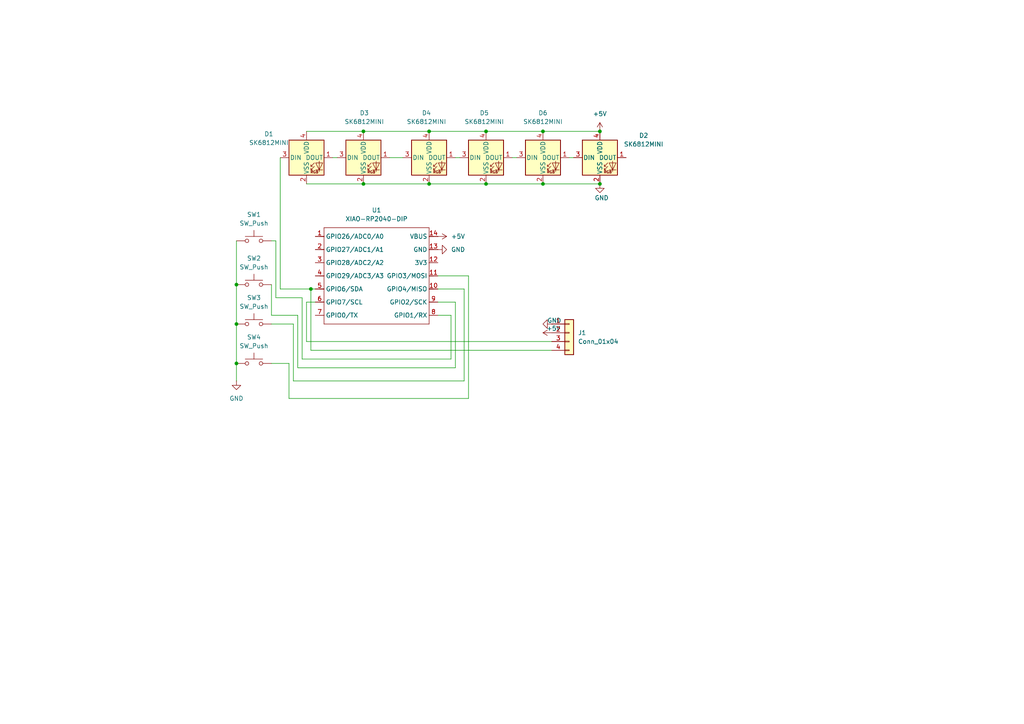
<source format=kicad_sch>
(kicad_sch
	(version 20250114)
	(generator "eeschema")
	(generator_version "9.0")
	(uuid "191e2876-a888-477a-9986-d96a10efec8f")
	(paper "A4")
	(lib_symbols
		(symbol "Connector_Generic:Conn_01x04"
			(pin_names
				(offset 1.016)
				(hide yes)
			)
			(exclude_from_sim no)
			(in_bom yes)
			(on_board yes)
			(property "Reference" "J"
				(at 0 5.08 0)
				(effects
					(font
						(size 1.27 1.27)
					)
				)
			)
			(property "Value" "Conn_01x04"
				(at 0 -7.62 0)
				(effects
					(font
						(size 1.27 1.27)
					)
				)
			)
			(property "Footprint" ""
				(at 0 0 0)
				(effects
					(font
						(size 1.27 1.27)
					)
					(hide yes)
				)
			)
			(property "Datasheet" "~"
				(at 0 0 0)
				(effects
					(font
						(size 1.27 1.27)
					)
					(hide yes)
				)
			)
			(property "Description" "Generic connector, single row, 01x04, script generated (kicad-library-utils/schlib/autogen/connector/)"
				(at 0 0 0)
				(effects
					(font
						(size 1.27 1.27)
					)
					(hide yes)
				)
			)
			(property "ki_keywords" "connector"
				(at 0 0 0)
				(effects
					(font
						(size 1.27 1.27)
					)
					(hide yes)
				)
			)
			(property "ki_fp_filters" "Connector*:*_1x??_*"
				(at 0 0 0)
				(effects
					(font
						(size 1.27 1.27)
					)
					(hide yes)
				)
			)
			(symbol "Conn_01x04_1_1"
				(rectangle
					(start -1.27 3.81)
					(end 1.27 -6.35)
					(stroke
						(width 0.254)
						(type default)
					)
					(fill
						(type background)
					)
				)
				(rectangle
					(start -1.27 2.667)
					(end 0 2.413)
					(stroke
						(width 0.1524)
						(type default)
					)
					(fill
						(type none)
					)
				)
				(rectangle
					(start -1.27 0.127)
					(end 0 -0.127)
					(stroke
						(width 0.1524)
						(type default)
					)
					(fill
						(type none)
					)
				)
				(rectangle
					(start -1.27 -2.413)
					(end 0 -2.667)
					(stroke
						(width 0.1524)
						(type default)
					)
					(fill
						(type none)
					)
				)
				(rectangle
					(start -1.27 -4.953)
					(end 0 -5.207)
					(stroke
						(width 0.1524)
						(type default)
					)
					(fill
						(type none)
					)
				)
				(pin passive line
					(at -5.08 2.54 0)
					(length 3.81)
					(name "Pin_1"
						(effects
							(font
								(size 1.27 1.27)
							)
						)
					)
					(number "1"
						(effects
							(font
								(size 1.27 1.27)
							)
						)
					)
				)
				(pin passive line
					(at -5.08 0 0)
					(length 3.81)
					(name "Pin_2"
						(effects
							(font
								(size 1.27 1.27)
							)
						)
					)
					(number "2"
						(effects
							(font
								(size 1.27 1.27)
							)
						)
					)
				)
				(pin passive line
					(at -5.08 -2.54 0)
					(length 3.81)
					(name "Pin_3"
						(effects
							(font
								(size 1.27 1.27)
							)
						)
					)
					(number "3"
						(effects
							(font
								(size 1.27 1.27)
							)
						)
					)
				)
				(pin passive line
					(at -5.08 -5.08 0)
					(length 3.81)
					(name "Pin_4"
						(effects
							(font
								(size 1.27 1.27)
							)
						)
					)
					(number "4"
						(effects
							(font
								(size 1.27 1.27)
							)
						)
					)
				)
			)
			(embedded_fonts no)
		)
		(symbol "LED:SK6812MINI"
			(pin_names
				(offset 0.254)
			)
			(exclude_from_sim no)
			(in_bom yes)
			(on_board yes)
			(property "Reference" "D"
				(at 5.08 5.715 0)
				(effects
					(font
						(size 1.27 1.27)
					)
					(justify right bottom)
				)
			)
			(property "Value" "SK6812MINI"
				(at 1.27 -5.715 0)
				(effects
					(font
						(size 1.27 1.27)
					)
					(justify left top)
				)
			)
			(property "Footprint" "LED_SMD:LED_SK6812MINI_PLCC4_3.5x3.5mm_P1.75mm"
				(at 1.27 -7.62 0)
				(effects
					(font
						(size 1.27 1.27)
					)
					(justify left top)
					(hide yes)
				)
			)
			(property "Datasheet" "https://cdn-shop.adafruit.com/product-files/2686/SK6812MINI_REV.01-1-2.pdf"
				(at 2.54 -9.525 0)
				(effects
					(font
						(size 1.27 1.27)
					)
					(justify left top)
					(hide yes)
				)
			)
			(property "Description" "RGB LED with integrated controller"
				(at 0 0 0)
				(effects
					(font
						(size 1.27 1.27)
					)
					(hide yes)
				)
			)
			(property "ki_keywords" "RGB LED NeoPixel Mini addressable"
				(at 0 0 0)
				(effects
					(font
						(size 1.27 1.27)
					)
					(hide yes)
				)
			)
			(property "ki_fp_filters" "LED*SK6812MINI*PLCC*3.5x3.5mm*P1.75mm*"
				(at 0 0 0)
				(effects
					(font
						(size 1.27 1.27)
					)
					(hide yes)
				)
			)
			(symbol "SK6812MINI_0_0"
				(text "RGB"
					(at 2.286 -4.191 0)
					(effects
						(font
							(size 0.762 0.762)
						)
					)
				)
			)
			(symbol "SK6812MINI_0_1"
				(polyline
					(pts
						(xy 1.27 -2.54) (xy 1.778 -2.54)
					)
					(stroke
						(width 0)
						(type default)
					)
					(fill
						(type none)
					)
				)
				(polyline
					(pts
						(xy 1.27 -3.556) (xy 1.778 -3.556)
					)
					(stroke
						(width 0)
						(type default)
					)
					(fill
						(type none)
					)
				)
				(polyline
					(pts
						(xy 2.286 -1.524) (xy 1.27 -2.54) (xy 1.27 -2.032)
					)
					(stroke
						(width 0)
						(type default)
					)
					(fill
						(type none)
					)
				)
				(polyline
					(pts
						(xy 2.286 -2.54) (xy 1.27 -3.556) (xy 1.27 -3.048)
					)
					(stroke
						(width 0)
						(type default)
					)
					(fill
						(type none)
					)
				)
				(polyline
					(pts
						(xy 3.683 -1.016) (xy 3.683 -3.556) (xy 3.683 -4.064)
					)
					(stroke
						(width 0)
						(type default)
					)
					(fill
						(type none)
					)
				)
				(polyline
					(pts
						(xy 4.699 -1.524) (xy 2.667 -1.524) (xy 3.683 -3.556) (xy 4.699 -1.524)
					)
					(stroke
						(width 0)
						(type default)
					)
					(fill
						(type none)
					)
				)
				(polyline
					(pts
						(xy 4.699 -3.556) (xy 2.667 -3.556)
					)
					(stroke
						(width 0)
						(type default)
					)
					(fill
						(type none)
					)
				)
				(rectangle
					(start 5.08 5.08)
					(end -5.08 -5.08)
					(stroke
						(width 0.254)
						(type default)
					)
					(fill
						(type background)
					)
				)
			)
			(symbol "SK6812MINI_1_1"
				(pin input line
					(at -7.62 0 0)
					(length 2.54)
					(name "DIN"
						(effects
							(font
								(size 1.27 1.27)
							)
						)
					)
					(number "3"
						(effects
							(font
								(size 1.27 1.27)
							)
						)
					)
				)
				(pin power_in line
					(at 0 7.62 270)
					(length 2.54)
					(name "VDD"
						(effects
							(font
								(size 1.27 1.27)
							)
						)
					)
					(number "4"
						(effects
							(font
								(size 1.27 1.27)
							)
						)
					)
				)
				(pin power_in line
					(at 0 -7.62 90)
					(length 2.54)
					(name "VSS"
						(effects
							(font
								(size 1.27 1.27)
							)
						)
					)
					(number "2"
						(effects
							(font
								(size 1.27 1.27)
							)
						)
					)
				)
				(pin output line
					(at 7.62 0 180)
					(length 2.54)
					(name "DOUT"
						(effects
							(font
								(size 1.27 1.27)
							)
						)
					)
					(number "1"
						(effects
							(font
								(size 1.27 1.27)
							)
						)
					)
				)
			)
			(embedded_fonts no)
		)
		(symbol "OPl:XIAO-RP2040-DIP"
			(exclude_from_sim no)
			(in_bom yes)
			(on_board yes)
			(property "Reference" "U"
				(at 0 0 0)
				(effects
					(font
						(size 1.27 1.27)
					)
				)
			)
			(property "Value" "XIAO-RP2040-DIP"
				(at 5.334 -1.778 0)
				(effects
					(font
						(size 1.27 1.27)
					)
				)
			)
			(property "Footprint" "Module:MOUDLE14P-XIAO-DIP-SMD"
				(at 14.478 -32.258 0)
				(effects
					(font
						(size 1.27 1.27)
					)
					(hide yes)
				)
			)
			(property "Datasheet" ""
				(at 0 0 0)
				(effects
					(font
						(size 1.27 1.27)
					)
					(hide yes)
				)
			)
			(property "Description" ""
				(at 0 0 0)
				(effects
					(font
						(size 1.27 1.27)
					)
					(hide yes)
				)
			)
			(symbol "XIAO-RP2040-DIP_1_0"
				(polyline
					(pts
						(xy -1.27 -2.54) (xy 29.21 -2.54)
					)
					(stroke
						(width 0.1524)
						(type solid)
					)
					(fill
						(type none)
					)
				)
				(polyline
					(pts
						(xy -1.27 -5.08) (xy -2.54 -5.08)
					)
					(stroke
						(width 0.1524)
						(type solid)
					)
					(fill
						(type none)
					)
				)
				(polyline
					(pts
						(xy -1.27 -5.08) (xy -1.27 -2.54)
					)
					(stroke
						(width 0.1524)
						(type solid)
					)
					(fill
						(type none)
					)
				)
				(polyline
					(pts
						(xy -1.27 -8.89) (xy -2.54 -8.89)
					)
					(stroke
						(width 0.1524)
						(type solid)
					)
					(fill
						(type none)
					)
				)
				(polyline
					(pts
						(xy -1.27 -8.89) (xy -1.27 -5.08)
					)
					(stroke
						(width 0.1524)
						(type solid)
					)
					(fill
						(type none)
					)
				)
				(polyline
					(pts
						(xy -1.27 -12.7) (xy -2.54 -12.7)
					)
					(stroke
						(width 0.1524)
						(type solid)
					)
					(fill
						(type none)
					)
				)
				(polyline
					(pts
						(xy -1.27 -12.7) (xy -1.27 -8.89)
					)
					(stroke
						(width 0.1524)
						(type solid)
					)
					(fill
						(type none)
					)
				)
				(polyline
					(pts
						(xy -1.27 -16.51) (xy -2.54 -16.51)
					)
					(stroke
						(width 0.1524)
						(type solid)
					)
					(fill
						(type none)
					)
				)
				(polyline
					(pts
						(xy -1.27 -16.51) (xy -1.27 -12.7)
					)
					(stroke
						(width 0.1524)
						(type solid)
					)
					(fill
						(type none)
					)
				)
				(polyline
					(pts
						(xy -1.27 -20.32) (xy -2.54 -20.32)
					)
					(stroke
						(width 0.1524)
						(type solid)
					)
					(fill
						(type none)
					)
				)
				(polyline
					(pts
						(xy -1.27 -24.13) (xy -2.54 -24.13)
					)
					(stroke
						(width 0.1524)
						(type solid)
					)
					(fill
						(type none)
					)
				)
				(polyline
					(pts
						(xy -1.27 -27.94) (xy -2.54 -27.94)
					)
					(stroke
						(width 0.1524)
						(type solid)
					)
					(fill
						(type none)
					)
				)
				(polyline
					(pts
						(xy -1.27 -30.48) (xy -1.27 -16.51)
					)
					(stroke
						(width 0.1524)
						(type solid)
					)
					(fill
						(type none)
					)
				)
				(polyline
					(pts
						(xy 29.21 -2.54) (xy 29.21 -5.08)
					)
					(stroke
						(width 0.1524)
						(type solid)
					)
					(fill
						(type none)
					)
				)
				(polyline
					(pts
						(xy 29.21 -5.08) (xy 29.21 -8.89)
					)
					(stroke
						(width 0.1524)
						(type solid)
					)
					(fill
						(type none)
					)
				)
				(polyline
					(pts
						(xy 29.21 -8.89) (xy 29.21 -12.7)
					)
					(stroke
						(width 0.1524)
						(type solid)
					)
					(fill
						(type none)
					)
				)
				(polyline
					(pts
						(xy 29.21 -12.7) (xy 29.21 -30.48)
					)
					(stroke
						(width 0.1524)
						(type solid)
					)
					(fill
						(type none)
					)
				)
				(polyline
					(pts
						(xy 29.21 -30.48) (xy -1.27 -30.48)
					)
					(stroke
						(width 0.1524)
						(type solid)
					)
					(fill
						(type none)
					)
				)
				(polyline
					(pts
						(xy 30.48 -5.08) (xy 29.21 -5.08)
					)
					(stroke
						(width 0.1524)
						(type solid)
					)
					(fill
						(type none)
					)
				)
				(polyline
					(pts
						(xy 30.48 -8.89) (xy 29.21 -8.89)
					)
					(stroke
						(width 0.1524)
						(type solid)
					)
					(fill
						(type none)
					)
				)
				(polyline
					(pts
						(xy 30.48 -12.7) (xy 29.21 -12.7)
					)
					(stroke
						(width 0.1524)
						(type solid)
					)
					(fill
						(type none)
					)
				)
				(polyline
					(pts
						(xy 30.48 -16.51) (xy 29.21 -16.51)
					)
					(stroke
						(width 0.1524)
						(type solid)
					)
					(fill
						(type none)
					)
				)
				(polyline
					(pts
						(xy 30.48 -20.32) (xy 29.21 -20.32)
					)
					(stroke
						(width 0.1524)
						(type solid)
					)
					(fill
						(type none)
					)
				)
				(polyline
					(pts
						(xy 30.48 -24.13) (xy 29.21 -24.13)
					)
					(stroke
						(width 0.1524)
						(type solid)
					)
					(fill
						(type none)
					)
				)
				(polyline
					(pts
						(xy 30.48 -27.94) (xy 29.21 -27.94)
					)
					(stroke
						(width 0.1524)
						(type solid)
					)
					(fill
						(type none)
					)
				)
				(pin passive line
					(at -3.81 -5.08 0)
					(length 2.54)
					(name "GPIO26/ADC0/A0"
						(effects
							(font
								(size 1.27 1.27)
							)
						)
					)
					(number "1"
						(effects
							(font
								(size 1.27 1.27)
							)
						)
					)
				)
				(pin passive line
					(at -3.81 -8.89 0)
					(length 2.54)
					(name "GPIO27/ADC1/A1"
						(effects
							(font
								(size 1.27 1.27)
							)
						)
					)
					(number "2"
						(effects
							(font
								(size 1.27 1.27)
							)
						)
					)
				)
				(pin passive line
					(at -3.81 -12.7 0)
					(length 2.54)
					(name "GPIO28/ADC2/A2"
						(effects
							(font
								(size 1.27 1.27)
							)
						)
					)
					(number "3"
						(effects
							(font
								(size 1.27 1.27)
							)
						)
					)
				)
				(pin passive line
					(at -3.81 -16.51 0)
					(length 2.54)
					(name "GPIO29/ADC3/A3"
						(effects
							(font
								(size 1.27 1.27)
							)
						)
					)
					(number "4"
						(effects
							(font
								(size 1.27 1.27)
							)
						)
					)
				)
				(pin passive line
					(at -3.81 -20.32 0)
					(length 2.54)
					(name "GPIO6/SDA"
						(effects
							(font
								(size 1.27 1.27)
							)
						)
					)
					(number "5"
						(effects
							(font
								(size 1.27 1.27)
							)
						)
					)
				)
				(pin passive line
					(at -3.81 -24.13 0)
					(length 2.54)
					(name "GPIO7/SCL"
						(effects
							(font
								(size 1.27 1.27)
							)
						)
					)
					(number "6"
						(effects
							(font
								(size 1.27 1.27)
							)
						)
					)
				)
				(pin passive line
					(at -3.81 -27.94 0)
					(length 2.54)
					(name "GPIO0/TX"
						(effects
							(font
								(size 1.27 1.27)
							)
						)
					)
					(number "7"
						(effects
							(font
								(size 1.27 1.27)
							)
						)
					)
				)
				(pin passive line
					(at 31.75 -5.08 180)
					(length 2.54)
					(name "VBUS"
						(effects
							(font
								(size 1.27 1.27)
							)
						)
					)
					(number "14"
						(effects
							(font
								(size 1.27 1.27)
							)
						)
					)
				)
				(pin passive line
					(at 31.75 -8.89 180)
					(length 2.54)
					(name "GND"
						(effects
							(font
								(size 1.27 1.27)
							)
						)
					)
					(number "13"
						(effects
							(font
								(size 1.27 1.27)
							)
						)
					)
				)
				(pin passive line
					(at 31.75 -12.7 180)
					(length 2.54)
					(name "3V3"
						(effects
							(font
								(size 1.27 1.27)
							)
						)
					)
					(number "12"
						(effects
							(font
								(size 1.27 1.27)
							)
						)
					)
				)
				(pin passive line
					(at 31.75 -16.51 180)
					(length 2.54)
					(name "GPIO3/MOSI"
						(effects
							(font
								(size 1.27 1.27)
							)
						)
					)
					(number "11"
						(effects
							(font
								(size 1.27 1.27)
							)
						)
					)
				)
				(pin passive line
					(at 31.75 -20.32 180)
					(length 2.54)
					(name "GPIO4/MISO"
						(effects
							(font
								(size 1.27 1.27)
							)
						)
					)
					(number "10"
						(effects
							(font
								(size 1.27 1.27)
							)
						)
					)
				)
				(pin passive line
					(at 31.75 -24.13 180)
					(length 2.54)
					(name "GPIO2/SCK"
						(effects
							(font
								(size 1.27 1.27)
							)
						)
					)
					(number "9"
						(effects
							(font
								(size 1.27 1.27)
							)
						)
					)
				)
				(pin passive line
					(at 31.75 -27.94 180)
					(length 2.54)
					(name "GPIO1/RX"
						(effects
							(font
								(size 1.27 1.27)
							)
						)
					)
					(number "8"
						(effects
							(font
								(size 1.27 1.27)
							)
						)
					)
				)
			)
			(embedded_fonts no)
		)
		(symbol "Switch:SW_Push"
			(pin_numbers
				(hide yes)
			)
			(pin_names
				(offset 1.016)
				(hide yes)
			)
			(exclude_from_sim no)
			(in_bom yes)
			(on_board yes)
			(property "Reference" "SW"
				(at 1.27 2.54 0)
				(effects
					(font
						(size 1.27 1.27)
					)
					(justify left)
				)
			)
			(property "Value" "SW_Push"
				(at 0 -1.524 0)
				(effects
					(font
						(size 1.27 1.27)
					)
				)
			)
			(property "Footprint" ""
				(at 0 5.08 0)
				(effects
					(font
						(size 1.27 1.27)
					)
					(hide yes)
				)
			)
			(property "Datasheet" "~"
				(at 0 5.08 0)
				(effects
					(font
						(size 1.27 1.27)
					)
					(hide yes)
				)
			)
			(property "Description" "Push button switch, generic, two pins"
				(at 0 0 0)
				(effects
					(font
						(size 1.27 1.27)
					)
					(hide yes)
				)
			)
			(property "ki_keywords" "switch normally-open pushbutton push-button"
				(at 0 0 0)
				(effects
					(font
						(size 1.27 1.27)
					)
					(hide yes)
				)
			)
			(symbol "SW_Push_0_1"
				(circle
					(center -2.032 0)
					(radius 0.508)
					(stroke
						(width 0)
						(type default)
					)
					(fill
						(type none)
					)
				)
				(polyline
					(pts
						(xy 0 1.27) (xy 0 3.048)
					)
					(stroke
						(width 0)
						(type default)
					)
					(fill
						(type none)
					)
				)
				(circle
					(center 2.032 0)
					(radius 0.508)
					(stroke
						(width 0)
						(type default)
					)
					(fill
						(type none)
					)
				)
				(polyline
					(pts
						(xy 2.54 1.27) (xy -2.54 1.27)
					)
					(stroke
						(width 0)
						(type default)
					)
					(fill
						(type none)
					)
				)
				(pin passive line
					(at -5.08 0 0)
					(length 2.54)
					(name "1"
						(effects
							(font
								(size 1.27 1.27)
							)
						)
					)
					(number "1"
						(effects
							(font
								(size 1.27 1.27)
							)
						)
					)
				)
				(pin passive line
					(at 5.08 0 180)
					(length 2.54)
					(name "2"
						(effects
							(font
								(size 1.27 1.27)
							)
						)
					)
					(number "2"
						(effects
							(font
								(size 1.27 1.27)
							)
						)
					)
				)
			)
			(embedded_fonts no)
		)
		(symbol "power:+5V"
			(power)
			(pin_numbers
				(hide yes)
			)
			(pin_names
				(offset 0)
				(hide yes)
			)
			(exclude_from_sim no)
			(in_bom yes)
			(on_board yes)
			(property "Reference" "#PWR"
				(at 0 -3.81 0)
				(effects
					(font
						(size 1.27 1.27)
					)
					(hide yes)
				)
			)
			(property "Value" "+5V"
				(at 0 3.556 0)
				(effects
					(font
						(size 1.27 1.27)
					)
				)
			)
			(property "Footprint" ""
				(at 0 0 0)
				(effects
					(font
						(size 1.27 1.27)
					)
					(hide yes)
				)
			)
			(property "Datasheet" ""
				(at 0 0 0)
				(effects
					(font
						(size 1.27 1.27)
					)
					(hide yes)
				)
			)
			(property "Description" "Power symbol creates a global label with name \"+5V\""
				(at 0 0 0)
				(effects
					(font
						(size 1.27 1.27)
					)
					(hide yes)
				)
			)
			(property "ki_keywords" "global power"
				(at 0 0 0)
				(effects
					(font
						(size 1.27 1.27)
					)
					(hide yes)
				)
			)
			(symbol "+5V_0_1"
				(polyline
					(pts
						(xy -0.762 1.27) (xy 0 2.54)
					)
					(stroke
						(width 0)
						(type default)
					)
					(fill
						(type none)
					)
				)
				(polyline
					(pts
						(xy 0 2.54) (xy 0.762 1.27)
					)
					(stroke
						(width 0)
						(type default)
					)
					(fill
						(type none)
					)
				)
				(polyline
					(pts
						(xy 0 0) (xy 0 2.54)
					)
					(stroke
						(width 0)
						(type default)
					)
					(fill
						(type none)
					)
				)
			)
			(symbol "+5V_1_1"
				(pin power_in line
					(at 0 0 90)
					(length 0)
					(name "~"
						(effects
							(font
								(size 1.27 1.27)
							)
						)
					)
					(number "1"
						(effects
							(font
								(size 1.27 1.27)
							)
						)
					)
				)
			)
			(embedded_fonts no)
		)
		(symbol "power:GND"
			(power)
			(pin_numbers
				(hide yes)
			)
			(pin_names
				(offset 0)
				(hide yes)
			)
			(exclude_from_sim no)
			(in_bom yes)
			(on_board yes)
			(property "Reference" "#PWR"
				(at 0 -6.35 0)
				(effects
					(font
						(size 1.27 1.27)
					)
					(hide yes)
				)
			)
			(property "Value" "GND"
				(at 0 -3.81 0)
				(effects
					(font
						(size 1.27 1.27)
					)
				)
			)
			(property "Footprint" ""
				(at 0 0 0)
				(effects
					(font
						(size 1.27 1.27)
					)
					(hide yes)
				)
			)
			(property "Datasheet" ""
				(at 0 0 0)
				(effects
					(font
						(size 1.27 1.27)
					)
					(hide yes)
				)
			)
			(property "Description" "Power symbol creates a global label with name \"GND\" , ground"
				(at 0 0 0)
				(effects
					(font
						(size 1.27 1.27)
					)
					(hide yes)
				)
			)
			(property "ki_keywords" "global power"
				(at 0 0 0)
				(effects
					(font
						(size 1.27 1.27)
					)
					(hide yes)
				)
			)
			(symbol "GND_0_1"
				(polyline
					(pts
						(xy 0 0) (xy 0 -1.27) (xy 1.27 -1.27) (xy 0 -2.54) (xy -1.27 -1.27) (xy 0 -1.27)
					)
					(stroke
						(width 0)
						(type default)
					)
					(fill
						(type none)
					)
				)
			)
			(symbol "GND_1_1"
				(pin power_in line
					(at 0 0 270)
					(length 0)
					(name "~"
						(effects
							(font
								(size 1.27 1.27)
							)
						)
					)
					(number "1"
						(effects
							(font
								(size 1.27 1.27)
							)
						)
					)
				)
			)
			(embedded_fonts no)
		)
	)
	(junction
		(at 124.46 38.1)
		(diameter 0)
		(color 0 0 0 0)
		(uuid "02d20215-d85e-42b6-b4b2-c2d9f5cda5df")
	)
	(junction
		(at 157.48 38.1)
		(diameter 0)
		(color 0 0 0 0)
		(uuid "1faa60ba-b280-4266-a266-01abd5c96e16")
	)
	(junction
		(at 140.97 53.34)
		(diameter 0)
		(color 0 0 0 0)
		(uuid "328837bb-db42-4180-9396-2b4d83437231")
	)
	(junction
		(at 90.17 83.82)
		(diameter 0)
		(color 0 0 0 0)
		(uuid "41719327-53cc-4d02-af98-5161cb57f94c")
	)
	(junction
		(at 173.99 53.34)
		(diameter 0)
		(color 0 0 0 0)
		(uuid "7bc497d4-7de9-4f91-8da4-c649eff51f97")
	)
	(junction
		(at 173.99 38.1)
		(diameter 0)
		(color 0 0 0 0)
		(uuid "83076352-002d-4750-ab07-50a8a31e1edc")
	)
	(junction
		(at 140.97 38.1)
		(diameter 0)
		(color 0 0 0 0)
		(uuid "8b5bc067-389b-4a8c-b045-e3ac687eb60f")
	)
	(junction
		(at 68.58 93.98)
		(diameter 0)
		(color 0 0 0 0)
		(uuid "bcff7315-a3d8-4d86-b937-c2c71e886281")
	)
	(junction
		(at 124.46 53.34)
		(diameter 0)
		(color 0 0 0 0)
		(uuid "cbc82ab5-3aa6-41bf-a8f5-4c794444a96c")
	)
	(junction
		(at 68.58 105.41)
		(diameter 0)
		(color 0 0 0 0)
		(uuid "ceb324e9-a462-4471-84a6-e5164bbd9594")
	)
	(junction
		(at 68.58 82.55)
		(diameter 0)
		(color 0 0 0 0)
		(uuid "d3188938-b879-453e-912b-875142798ec1")
	)
	(junction
		(at 105.41 53.34)
		(diameter 0)
		(color 0 0 0 0)
		(uuid "d6b286ff-fbda-46cd-bf91-cdfda850705c")
	)
	(junction
		(at 105.41 38.1)
		(diameter 0)
		(color 0 0 0 0)
		(uuid "e2ce04db-f503-4f0d-aa52-81d7f62f3ae0")
	)
	(junction
		(at 157.48 53.34)
		(diameter 0)
		(color 0 0 0 0)
		(uuid "fd720acc-b76b-4e32-be56-e2e8ce202693")
	)
	(wire
		(pts
			(xy 81.28 45.72) (xy 81.28 83.82)
		)
		(stroke
			(width 0)
			(type default)
		)
		(uuid "0a914f62-a288-475a-b47c-618698fddd75")
	)
	(wire
		(pts
			(xy 88.9 87.63) (xy 91.44 87.63)
		)
		(stroke
			(width 0)
			(type default)
		)
		(uuid "122d8a96-c4c1-4d16-93f1-73e3509be26d")
	)
	(wire
		(pts
			(xy 88.9 99.06) (xy 88.9 87.63)
		)
		(stroke
			(width 0)
			(type default)
		)
		(uuid "17208b3f-f6ce-40f9-933b-b744aa5bdfba")
	)
	(wire
		(pts
			(xy 127 87.63) (xy 132.08 87.63)
		)
		(stroke
			(width 0)
			(type default)
		)
		(uuid "27cefbe0-a545-4a86-b8ce-26fb04e4427e")
	)
	(wire
		(pts
			(xy 113.03 45.72) (xy 116.84 45.72)
		)
		(stroke
			(width 0)
			(type default)
		)
		(uuid "2a9dd625-172c-4f40-bf6a-65096cad10e9")
	)
	(wire
		(pts
			(xy 68.58 105.41) (xy 68.58 110.49)
		)
		(stroke
			(width 0)
			(type default)
		)
		(uuid "2cde0794-e1e7-45eb-86d7-a6072a55ba8a")
	)
	(wire
		(pts
			(xy 85.09 93.98) (xy 78.74 93.98)
		)
		(stroke
			(width 0)
			(type default)
		)
		(uuid "3086416e-0697-4c85-abbc-738f7163a6e6")
	)
	(wire
		(pts
			(xy 86.36 91.44) (xy 78.74 91.44)
		)
		(stroke
			(width 0)
			(type default)
		)
		(uuid "3b093934-b005-47e9-b65d-3c511401d9eb")
	)
	(wire
		(pts
			(xy 83.82 115.57) (xy 83.82 105.41)
		)
		(stroke
			(width 0)
			(type default)
		)
		(uuid "3dbef39e-ce31-442f-a7a2-d1dfcc6cbde6")
	)
	(wire
		(pts
			(xy 90.17 83.82) (xy 91.44 83.82)
		)
		(stroke
			(width 0)
			(type default)
		)
		(uuid "4e6206a2-7773-4454-ab77-909d973b3d8a")
	)
	(wire
		(pts
			(xy 87.63 104.14) (xy 87.63 86.36)
		)
		(stroke
			(width 0)
			(type default)
		)
		(uuid "5456405a-496b-4b58-bc33-b6a30325d5d0")
	)
	(wire
		(pts
			(xy 160.02 99.06) (xy 88.9 99.06)
		)
		(stroke
			(width 0)
			(type default)
		)
		(uuid "5c67cffd-acf4-43a9-a675-4290fc42983f")
	)
	(wire
		(pts
			(xy 96.52 45.72) (xy 97.79 45.72)
		)
		(stroke
			(width 0)
			(type default)
		)
		(uuid "62e475f1-fe20-46de-a959-b34c6f0f68a3")
	)
	(wire
		(pts
			(xy 68.58 82.55) (xy 68.58 93.98)
		)
		(stroke
			(width 0)
			(type default)
		)
		(uuid "6aad7704-0230-4660-8bfc-dd9b03366624")
	)
	(wire
		(pts
			(xy 130.81 91.44) (xy 130.81 104.14)
		)
		(stroke
			(width 0)
			(type default)
		)
		(uuid "76d91fa4-5eaf-4d4f-a6b3-2a8c60e693c4")
	)
	(wire
		(pts
			(xy 68.58 93.98) (xy 68.58 105.41)
		)
		(stroke
			(width 0)
			(type default)
		)
		(uuid "77897d1d-1d75-4959-b264-a8b62bfada68")
	)
	(wire
		(pts
			(xy 90.17 101.6) (xy 90.17 83.82)
		)
		(stroke
			(width 0)
			(type default)
		)
		(uuid "785a3e0d-b838-4907-9a7a-33f431e3fe49")
	)
	(wire
		(pts
			(xy 124.46 53.34) (xy 140.97 53.34)
		)
		(stroke
			(width 0)
			(type default)
		)
		(uuid "79181a05-e189-42f3-a4af-8b0346d275c5")
	)
	(wire
		(pts
			(xy 130.81 104.14) (xy 87.63 104.14)
		)
		(stroke
			(width 0)
			(type default)
		)
		(uuid "7d6d54ad-b838-4552-bd49-ac943515a908")
	)
	(wire
		(pts
			(xy 85.09 110.49) (xy 85.09 93.98)
		)
		(stroke
			(width 0)
			(type default)
		)
		(uuid "8018d0da-9754-4abb-9435-efc723be5290")
	)
	(wire
		(pts
			(xy 81.28 83.82) (xy 90.17 83.82)
		)
		(stroke
			(width 0)
			(type default)
		)
		(uuid "818e6d75-36d7-4c6e-be62-e1145ab71526")
	)
	(wire
		(pts
			(xy 127 83.82) (xy 134.62 83.82)
		)
		(stroke
			(width 0)
			(type default)
		)
		(uuid "82fdc0a1-2885-4e6f-ab19-72446223a1cb")
	)
	(wire
		(pts
			(xy 78.74 91.44) (xy 78.74 82.55)
		)
		(stroke
			(width 0)
			(type default)
		)
		(uuid "8db70eec-6d64-4d0b-8877-38f264faf6bb")
	)
	(wire
		(pts
			(xy 132.08 45.72) (xy 133.35 45.72)
		)
		(stroke
			(width 0)
			(type default)
		)
		(uuid "a2e60665-cb7a-4cb4-b3c0-68dc1d2c5035")
	)
	(wire
		(pts
			(xy 83.82 105.41) (xy 78.74 105.41)
		)
		(stroke
			(width 0)
			(type default)
		)
		(uuid "a51797a1-140a-40c0-b4c3-696da1cab5cc")
	)
	(wire
		(pts
			(xy 157.48 53.34) (xy 173.99 53.34)
		)
		(stroke
			(width 0)
			(type default)
		)
		(uuid "a9e900cb-d8c4-4dc7-bb9e-8d127c98d265")
	)
	(wire
		(pts
			(xy 105.41 38.1) (xy 124.46 38.1)
		)
		(stroke
			(width 0)
			(type default)
		)
		(uuid "ab1ae1f6-7f4b-4c4b-9d1d-3aeeff7cf595")
	)
	(wire
		(pts
			(xy 140.97 53.34) (xy 157.48 53.34)
		)
		(stroke
			(width 0)
			(type default)
		)
		(uuid "abedacef-7229-43b7-b908-071a90127119")
	)
	(wire
		(pts
			(xy 80.01 86.36) (xy 80.01 69.85)
		)
		(stroke
			(width 0)
			(type default)
		)
		(uuid "b2acd0bd-2ee8-4fb6-936f-7cef2e7b459e")
	)
	(wire
		(pts
			(xy 88.9 53.34) (xy 105.41 53.34)
		)
		(stroke
			(width 0)
			(type default)
		)
		(uuid "b2aecb6d-4a0a-4fca-945d-656bfc685e92")
	)
	(wire
		(pts
			(xy 148.59 45.72) (xy 149.86 45.72)
		)
		(stroke
			(width 0)
			(type default)
		)
		(uuid "b44d3624-f8e1-4322-8f63-d7fdf4d1e561")
	)
	(wire
		(pts
			(xy 127 91.44) (xy 130.81 91.44)
		)
		(stroke
			(width 0)
			(type default)
		)
		(uuid "b6eabbdc-b234-4208-89be-1585c05e5324")
	)
	(wire
		(pts
			(xy 135.89 115.57) (xy 83.82 115.57)
		)
		(stroke
			(width 0)
			(type default)
		)
		(uuid "bd753499-0c5e-4cda-b76a-ea4c0268958c")
	)
	(wire
		(pts
			(xy 105.41 53.34) (xy 124.46 53.34)
		)
		(stroke
			(width 0)
			(type default)
		)
		(uuid "bedf4570-bdb8-45eb-bdfc-de568907f872")
	)
	(wire
		(pts
			(xy 80.01 69.85) (xy 78.74 69.85)
		)
		(stroke
			(width 0)
			(type default)
		)
		(uuid "c466004e-f345-4b0b-a2a0-b2581f3739ce")
	)
	(wire
		(pts
			(xy 157.48 38.1) (xy 173.99 38.1)
		)
		(stroke
			(width 0)
			(type default)
		)
		(uuid "c89a572c-9f8c-4e71-8fd3-27a306ea5978")
	)
	(wire
		(pts
			(xy 86.36 106.68) (xy 86.36 91.44)
		)
		(stroke
			(width 0)
			(type default)
		)
		(uuid "c98be8cc-21c6-43bc-b520-9c6ec4ae6870")
	)
	(wire
		(pts
			(xy 88.9 38.1) (xy 105.41 38.1)
		)
		(stroke
			(width 0)
			(type default)
		)
		(uuid "cecdaa91-718c-4068-8b64-71a26fe68ff3")
	)
	(wire
		(pts
			(xy 134.62 110.49) (xy 85.09 110.49)
		)
		(stroke
			(width 0)
			(type default)
		)
		(uuid "cf5cd43b-a077-40f4-b4c2-f88e268699f7")
	)
	(wire
		(pts
			(xy 135.89 80.01) (xy 135.89 115.57)
		)
		(stroke
			(width 0)
			(type default)
		)
		(uuid "d5129c4b-0ced-435f-bc70-69dfbae5b78e")
	)
	(wire
		(pts
			(xy 160.02 101.6) (xy 90.17 101.6)
		)
		(stroke
			(width 0)
			(type default)
		)
		(uuid "d7cae576-5c4f-4cb3-8710-bbf31772836e")
	)
	(wire
		(pts
			(xy 127 80.01) (xy 135.89 80.01)
		)
		(stroke
			(width 0)
			(type default)
		)
		(uuid "dbf605d0-cf55-4d80-b65b-ce4777186b92")
	)
	(wire
		(pts
			(xy 132.08 106.68) (xy 86.36 106.68)
		)
		(stroke
			(width 0)
			(type default)
		)
		(uuid "df6ef989-7b2c-4bde-b88d-4a477c55b4b2")
	)
	(wire
		(pts
			(xy 68.58 69.85) (xy 68.58 82.55)
		)
		(stroke
			(width 0)
			(type default)
		)
		(uuid "e1f481ca-a0ee-487d-8685-ddcdcdecc74b")
	)
	(wire
		(pts
			(xy 124.46 38.1) (xy 140.97 38.1)
		)
		(stroke
			(width 0)
			(type default)
		)
		(uuid "e537ba0b-3de2-4a56-88fe-485b440234d1")
	)
	(wire
		(pts
			(xy 166.37 45.72) (xy 165.1 45.72)
		)
		(stroke
			(width 0)
			(type default)
		)
		(uuid "e7e38c20-0c9d-4def-98cd-3b99464733df")
	)
	(wire
		(pts
			(xy 140.97 38.1) (xy 157.48 38.1)
		)
		(stroke
			(width 0)
			(type default)
		)
		(uuid "eb944dbb-83e3-4d99-9d7f-3e7af47d2bd4")
	)
	(wire
		(pts
			(xy 134.62 83.82) (xy 134.62 110.49)
		)
		(stroke
			(width 0)
			(type default)
		)
		(uuid "ed5d8eeb-769a-4a3d-bdd8-734181079589")
	)
	(wire
		(pts
			(xy 132.08 87.63) (xy 132.08 106.68)
		)
		(stroke
			(width 0)
			(type default)
		)
		(uuid "f76e4aa7-bc1f-4617-9ff3-f661bc99c5c4")
	)
	(wire
		(pts
			(xy 87.63 86.36) (xy 80.01 86.36)
		)
		(stroke
			(width 0)
			(type default)
		)
		(uuid "fd54a1bf-1859-4c1c-bc7b-2b823549b2eb")
	)
	(symbol
		(lib_id "LED:SK6812MINI")
		(at 88.9 45.72 0)
		(unit 1)
		(exclude_from_sim no)
		(in_bom yes)
		(on_board yes)
		(dnp no)
		(uuid "0596d807-3e0e-45df-80d2-1407c6101142")
		(property "Reference" "D1"
			(at 77.978 38.862 0)
			(effects
				(font
					(size 1.27 1.27)
				)
			)
		)
		(property "Value" "SK6812MINI"
			(at 77.978 41.402 0)
			(effects
				(font
					(size 1.27 1.27)
				)
			)
		)
		(property "Footprint" "LED_SMD:LED_SK6812MINI_PLCC4_3.5x3.5mm_P1.75mm"
			(at 90.17 53.34 0)
			(effects
				(font
					(size 1.27 1.27)
				)
				(justify left top)
				(hide yes)
			)
		)
		(property "Datasheet" "https://cdn-shop.adafruit.com/product-files/2686/SK6812MINI_REV.01-1-2.pdf"
			(at 91.44 55.245 0)
			(effects
				(font
					(size 1.27 1.27)
				)
				(justify left top)
				(hide yes)
			)
		)
		(property "Description" "RGB LED with integrated controller"
			(at 88.9 45.72 0)
			(effects
				(font
					(size 1.27 1.27)
				)
				(hide yes)
			)
		)
		(pin "2"
			(uuid "d9cc7dc8-bafb-4624-81f1-d0d926d87def")
		)
		(pin "3"
			(uuid "e2d23ccc-2df2-43f0-8e52-b03492b172f5")
		)
		(pin "1"
			(uuid "a97c6e28-dc1c-49d5-ba7d-ba6282813d85")
		)
		(pin "4"
			(uuid "619bdca8-aa44-4969-a92d-588deeeb4dbf")
		)
		(instances
			(project ""
				(path "/191e2876-a888-477a-9986-d96a10efec8f"
					(reference "D1")
					(unit 1)
				)
			)
		)
	)
	(symbol
		(lib_id "LED:SK6812MINI")
		(at 105.41 45.72 0)
		(unit 1)
		(exclude_from_sim no)
		(in_bom yes)
		(on_board yes)
		(dnp no)
		(uuid "15a9f64b-4613-4e49-845b-298c37e9850d")
		(property "Reference" "D3"
			(at 105.664 32.766 0)
			(effects
				(font
					(size 1.27 1.27)
				)
			)
		)
		(property "Value" "SK6812MINI"
			(at 105.664 35.306 0)
			(effects
				(font
					(size 1.27 1.27)
				)
			)
		)
		(property "Footprint" "LED_SMD:LED_SK6812MINI_PLCC4_3.5x3.5mm_P1.75mm"
			(at 106.68 53.34 0)
			(effects
				(font
					(size 1.27 1.27)
				)
				(justify left top)
				(hide yes)
			)
		)
		(property "Datasheet" "https://cdn-shop.adafruit.com/product-files/2686/SK6812MINI_REV.01-1-2.pdf"
			(at 107.95 55.245 0)
			(effects
				(font
					(size 1.27 1.27)
				)
				(justify left top)
				(hide yes)
			)
		)
		(property "Description" "RGB LED with integrated controller"
			(at 105.41 45.72 0)
			(effects
				(font
					(size 1.27 1.27)
				)
				(hide yes)
			)
		)
		(pin "3"
			(uuid "d703fc7c-62e9-48b0-b954-8c6334e787b1")
		)
		(pin "2"
			(uuid "2777da09-007d-4444-bda5-b7b41ef7be84")
		)
		(pin "1"
			(uuid "986699e8-ba63-4098-9549-2f05ce06a61f")
		)
		(pin "4"
			(uuid "673275c0-4089-4288-ad8e-25795c0036cc")
		)
		(instances
			(project ""
				(path "/191e2876-a888-477a-9986-d96a10efec8f"
					(reference "D3")
					(unit 1)
				)
			)
		)
	)
	(symbol
		(lib_id "power:GND")
		(at 160.02 93.98 270)
		(unit 1)
		(exclude_from_sim no)
		(in_bom yes)
		(on_board yes)
		(dnp no)
		(uuid "1c0ff0e6-6853-4287-8862-666133e8909e")
		(property "Reference" "#PWR06"
			(at 153.67 93.98 0)
			(effects
				(font
					(size 1.27 1.27)
				)
				(hide yes)
			)
		)
		(property "Value" "GND"
			(at 162.814 92.964 90)
			(effects
				(font
					(size 1.27 1.27)
				)
				(justify right)
			)
		)
		(property "Footprint" ""
			(at 160.02 93.98 0)
			(effects
				(font
					(size 1.27 1.27)
				)
				(hide yes)
			)
		)
		(property "Datasheet" ""
			(at 160.02 93.98 0)
			(effects
				(font
					(size 1.27 1.27)
				)
				(hide yes)
			)
		)
		(property "Description" "Power symbol creates a global label with name \"GND\" , ground"
			(at 160.02 93.98 0)
			(effects
				(font
					(size 1.27 1.27)
				)
				(hide yes)
			)
		)
		(pin "1"
			(uuid "2301584e-3e3b-4195-80fa-82fd8783f2e2")
		)
		(instances
			(project ""
				(path "/191e2876-a888-477a-9986-d96a10efec8f"
					(reference "#PWR06")
					(unit 1)
				)
			)
		)
	)
	(symbol
		(lib_id "power:+5V")
		(at 160.02 96.52 90)
		(unit 1)
		(exclude_from_sim no)
		(in_bom yes)
		(on_board yes)
		(dnp no)
		(uuid "36351496-a7ce-4d02-acff-2a9f76540776")
		(property "Reference" "#PWR07"
			(at 163.83 96.52 0)
			(effects
				(font
					(size 1.27 1.27)
				)
				(hide yes)
			)
		)
		(property "Value" "+5V"
			(at 162.56 95.25 90)
			(effects
				(font
					(size 1.27 1.27)
				)
				(justify left)
			)
		)
		(property "Footprint" ""
			(at 160.02 96.52 0)
			(effects
				(font
					(size 1.27 1.27)
				)
				(hide yes)
			)
		)
		(property "Datasheet" ""
			(at 160.02 96.52 0)
			(effects
				(font
					(size 1.27 1.27)
				)
				(hide yes)
			)
		)
		(property "Description" "Power symbol creates a global label with name \"+5V\""
			(at 160.02 96.52 0)
			(effects
				(font
					(size 1.27 1.27)
				)
				(hide yes)
			)
		)
		(pin "1"
			(uuid "3fdc94a9-32d6-40cc-8d08-9df217372e26")
		)
		(instances
			(project ""
				(path "/191e2876-a888-477a-9986-d96a10efec8f"
					(reference "#PWR07")
					(unit 1)
				)
			)
		)
	)
	(symbol
		(lib_id "OPl:XIAO-RP2040-DIP")
		(at 95.25 63.5 0)
		(unit 1)
		(exclude_from_sim no)
		(in_bom yes)
		(on_board yes)
		(dnp no)
		(fields_autoplaced yes)
		(uuid "379a9229-de35-4037-8190-c06f75695890")
		(property "Reference" "U1"
			(at 109.22 60.96 0)
			(effects
				(font
					(size 1.27 1.27)
				)
			)
		)
		(property "Value" "XIAO-RP2040-DIP"
			(at 109.22 63.5 0)
			(effects
				(font
					(size 1.27 1.27)
				)
			)
		)
		(property "Footprint" "OPL:XIAO-RP2040-DIP"
			(at 109.728 95.758 0)
			(effects
				(font
					(size 1.27 1.27)
				)
				(hide yes)
			)
		)
		(property "Datasheet" ""
			(at 95.25 63.5 0)
			(effects
				(font
					(size 1.27 1.27)
				)
				(hide yes)
			)
		)
		(property "Description" ""
			(at 95.25 63.5 0)
			(effects
				(font
					(size 1.27 1.27)
				)
				(hide yes)
			)
		)
		(pin "11"
			(uuid "a45082d7-5e60-4958-9475-c4a783caf65c")
		)
		(pin "3"
			(uuid "c932544f-09a7-402a-a6f1-cb8e1cad7f13")
		)
		(pin "4"
			(uuid "b25e005d-a26b-48f5-ac4c-6d7b6aee1893")
		)
		(pin "7"
			(uuid "2489ca0b-473e-45a3-bbca-bd1c4c8ac0b4")
		)
		(pin "13"
			(uuid "a249310e-4359-4ace-9769-ec7dafe546c6")
		)
		(pin "1"
			(uuid "9670d2df-69e6-437c-ac4e-f6e25c6c729a")
		)
		(pin "2"
			(uuid "ecb78a85-d9bd-4f4c-b942-c7ac7c99eab2")
		)
		(pin "14"
			(uuid "581f211d-78cb-48f7-9348-f5d5b1cc5472")
		)
		(pin "12"
			(uuid "a403094d-291a-4235-bcb2-5f659125ad26")
		)
		(pin "6"
			(uuid "8f9cc5a6-5f1a-4797-bb88-459fc59011f2")
		)
		(pin "5"
			(uuid "00b8712b-fb6f-46bf-b50d-b48e1062ffb4")
		)
		(pin "10"
			(uuid "812c1624-f648-4f9b-8aa9-edfb8c025237")
		)
		(pin "9"
			(uuid "893de74e-b1d6-4bab-bd00-248d1a78d313")
		)
		(pin "8"
			(uuid "4042c4ea-ba3d-46d9-b1a8-3eec6a27d777")
		)
		(instances
			(project ""
				(path "/191e2876-a888-477a-9986-d96a10efec8f"
					(reference "U1")
					(unit 1)
				)
			)
		)
	)
	(symbol
		(lib_id "power:GND")
		(at 68.58 110.49 0)
		(unit 1)
		(exclude_from_sim no)
		(in_bom yes)
		(on_board yes)
		(dnp no)
		(fields_autoplaced yes)
		(uuid "3a829e21-c225-420c-8a03-6a706f2337c6")
		(property "Reference" "#PWR02"
			(at 68.58 116.84 0)
			(effects
				(font
					(size 1.27 1.27)
				)
				(hide yes)
			)
		)
		(property "Value" "GND"
			(at 68.58 115.57 0)
			(effects
				(font
					(size 1.27 1.27)
				)
			)
		)
		(property "Footprint" ""
			(at 68.58 110.49 0)
			(effects
				(font
					(size 1.27 1.27)
				)
				(hide yes)
			)
		)
		(property "Datasheet" ""
			(at 68.58 110.49 0)
			(effects
				(font
					(size 1.27 1.27)
				)
				(hide yes)
			)
		)
		(property "Description" "Power symbol creates a global label with name \"GND\" , ground"
			(at 68.58 110.49 0)
			(effects
				(font
					(size 1.27 1.27)
				)
				(hide yes)
			)
		)
		(pin "1"
			(uuid "0e56b725-e8e3-43f7-86b6-512a96f6092f")
		)
		(instances
			(project ""
				(path "/191e2876-a888-477a-9986-d96a10efec8f"
					(reference "#PWR02")
					(unit 1)
				)
			)
		)
	)
	(symbol
		(lib_id "Switch:SW_Push")
		(at 73.66 82.55 0)
		(unit 1)
		(exclude_from_sim no)
		(in_bom yes)
		(on_board yes)
		(dnp no)
		(fields_autoplaced yes)
		(uuid "438c7525-5df8-46d9-9b5f-d06fdbb534d9")
		(property "Reference" "SW2"
			(at 73.66 74.93 0)
			(effects
				(font
					(size 1.27 1.27)
				)
			)
		)
		(property "Value" "SW_Push"
			(at 73.66 77.47 0)
			(effects
				(font
					(size 1.27 1.27)
				)
			)
		)
		(property "Footprint" "Button_Switch_Keyboard:SW_Cherry_MX_1.00u_PCB"
			(at 73.66 77.47 0)
			(effects
				(font
					(size 1.27 1.27)
				)
				(hide yes)
			)
		)
		(property "Datasheet" "~"
			(at 73.66 77.47 0)
			(effects
				(font
					(size 1.27 1.27)
				)
				(hide yes)
			)
		)
		(property "Description" "Push button switch, generic, two pins"
			(at 73.66 82.55 0)
			(effects
				(font
					(size 1.27 1.27)
				)
				(hide yes)
			)
		)
		(pin "2"
			(uuid "b8a6c207-a872-4055-851c-75cbea2909dc")
		)
		(pin "1"
			(uuid "258d0621-dc48-484f-a289-cba0f52be2c6")
		)
		(instances
			(project ""
				(path "/191e2876-a888-477a-9986-d96a10efec8f"
					(reference "SW2")
					(unit 1)
				)
			)
		)
	)
	(symbol
		(lib_id "Switch:SW_Push")
		(at 73.66 69.85 0)
		(unit 1)
		(exclude_from_sim no)
		(in_bom yes)
		(on_board yes)
		(dnp no)
		(fields_autoplaced yes)
		(uuid "4e74f44c-155c-4ebf-a3c9-aa1b67ad631a")
		(property "Reference" "SW1"
			(at 73.66 62.23 0)
			(effects
				(font
					(size 1.27 1.27)
				)
			)
		)
		(property "Value" "SW_Push"
			(at 73.66 64.77 0)
			(effects
				(font
					(size 1.27 1.27)
				)
			)
		)
		(property "Footprint" "Button_Switch_Keyboard:SW_Cherry_MX_1.00u_PCB"
			(at 73.66 64.77 0)
			(effects
				(font
					(size 1.27 1.27)
				)
				(hide yes)
			)
		)
		(property "Datasheet" "~"
			(at 73.66 64.77 0)
			(effects
				(font
					(size 1.27 1.27)
				)
				(hide yes)
			)
		)
		(property "Description" "Push button switch, generic, two pins"
			(at 73.66 69.85 0)
			(effects
				(font
					(size 1.27 1.27)
				)
				(hide yes)
			)
		)
		(pin "1"
			(uuid "1833f7dd-b7ff-4b16-bd97-21fb68d4e4ca")
		)
		(pin "2"
			(uuid "44aafe3a-3de7-4739-b78b-6248fafd106c")
		)
		(instances
			(project ""
				(path "/191e2876-a888-477a-9986-d96a10efec8f"
					(reference "SW1")
					(unit 1)
				)
			)
		)
	)
	(symbol
		(lib_id "LED:SK6812MINI")
		(at 157.48 45.72 0)
		(unit 1)
		(exclude_from_sim no)
		(in_bom yes)
		(on_board yes)
		(dnp no)
		(uuid "53ddb890-1d23-48b1-8bdd-1f5025531db2")
		(property "Reference" "D6"
			(at 157.48 32.766 0)
			(effects
				(font
					(size 1.27 1.27)
				)
			)
		)
		(property "Value" "SK6812MINI"
			(at 157.48 35.306 0)
			(effects
				(font
					(size 1.27 1.27)
				)
			)
		)
		(property "Footprint" "LED_SMD:LED_SK6812MINI_PLCC4_3.5x3.5mm_P1.75mm"
			(at 158.75 53.34 0)
			(effects
				(font
					(size 1.27 1.27)
				)
				(justify left top)
				(hide yes)
			)
		)
		(property "Datasheet" "https://cdn-shop.adafruit.com/product-files/2686/SK6812MINI_REV.01-1-2.pdf"
			(at 160.02 55.245 0)
			(effects
				(font
					(size 1.27 1.27)
				)
				(justify left top)
				(hide yes)
			)
		)
		(property "Description" "RGB LED with integrated controller"
			(at 157.48 45.72 0)
			(effects
				(font
					(size 1.27 1.27)
				)
				(hide yes)
			)
		)
		(pin "2"
			(uuid "7da1ef3a-cfff-42ae-816f-8dc8eab25c2b")
		)
		(pin "3"
			(uuid "3ea4cb1b-8e44-4943-928a-43c93aa5b310")
		)
		(pin "4"
			(uuid "2b37c3ab-0f93-4952-abd8-32af23b5d471")
		)
		(pin "1"
			(uuid "f7ccf475-fd8f-448d-b734-36ce547a4790")
		)
		(instances
			(project ""
				(path "/191e2876-a888-477a-9986-d96a10efec8f"
					(reference "D6")
					(unit 1)
				)
			)
		)
	)
	(symbol
		(lib_id "power:+5V")
		(at 173.99 38.1 0)
		(unit 1)
		(exclude_from_sim no)
		(in_bom yes)
		(on_board yes)
		(dnp no)
		(fields_autoplaced yes)
		(uuid "58e5c71f-74f0-4de8-9155-a1c58d14a2fe")
		(property "Reference" "#PWR03"
			(at 173.99 41.91 0)
			(effects
				(font
					(size 1.27 1.27)
				)
				(hide yes)
			)
		)
		(property "Value" "+5V"
			(at 173.99 33.02 0)
			(effects
				(font
					(size 1.27 1.27)
				)
			)
		)
		(property "Footprint" ""
			(at 173.99 38.1 0)
			(effects
				(font
					(size 1.27 1.27)
				)
				(hide yes)
			)
		)
		(property "Datasheet" ""
			(at 173.99 38.1 0)
			(effects
				(font
					(size 1.27 1.27)
				)
				(hide yes)
			)
		)
		(property "Description" "Power symbol creates a global label with name \"+5V\""
			(at 173.99 38.1 0)
			(effects
				(font
					(size 1.27 1.27)
				)
				(hide yes)
			)
		)
		(pin "1"
			(uuid "1517b6c5-139b-41c8-b839-6ad154d57b15")
		)
		(instances
			(project ""
				(path "/191e2876-a888-477a-9986-d96a10efec8f"
					(reference "#PWR03")
					(unit 1)
				)
			)
		)
	)
	(symbol
		(lib_id "power:+5V")
		(at 127 68.58 270)
		(unit 1)
		(exclude_from_sim no)
		(in_bom yes)
		(on_board yes)
		(dnp no)
		(fields_autoplaced yes)
		(uuid "8b988a42-95c9-40fa-a11f-842d2a2dce99")
		(property "Reference" "#PWR04"
			(at 123.19 68.58 0)
			(effects
				(font
					(size 1.27 1.27)
				)
				(hide yes)
			)
		)
		(property "Value" "+5V"
			(at 130.81 68.5799 90)
			(effects
				(font
					(size 1.27 1.27)
				)
				(justify left)
			)
		)
		(property "Footprint" ""
			(at 127 68.58 0)
			(effects
				(font
					(size 1.27 1.27)
				)
				(hide yes)
			)
		)
		(property "Datasheet" ""
			(at 127 68.58 0)
			(effects
				(font
					(size 1.27 1.27)
				)
				(hide yes)
			)
		)
		(property "Description" "Power symbol creates a global label with name \"+5V\""
			(at 127 68.58 0)
			(effects
				(font
					(size 1.27 1.27)
				)
				(hide yes)
			)
		)
		(pin "1"
			(uuid "8ec260a3-07ba-434d-b647-3135d59d841a")
		)
		(instances
			(project ""
				(path "/191e2876-a888-477a-9986-d96a10efec8f"
					(reference "#PWR04")
					(unit 1)
				)
			)
		)
	)
	(symbol
		(lib_id "Connector_Generic:Conn_01x04")
		(at 165.1 96.52 0)
		(unit 1)
		(exclude_from_sim no)
		(in_bom yes)
		(on_board yes)
		(dnp no)
		(fields_autoplaced yes)
		(uuid "92411003-cca7-439a-aabc-00dbcb60d260")
		(property "Reference" "J1"
			(at 167.64 96.5199 0)
			(effects
				(font
					(size 1.27 1.27)
				)
				(justify left)
			)
		)
		(property "Value" "Conn_01x04"
			(at 167.64 99.0599 0)
			(effects
				(font
					(size 1.27 1.27)
				)
				(justify left)
			)
		)
		(property "Footprint" "OLED:SSD1306-0.91-OLED-4pin-128x32"
			(at 165.1 96.52 0)
			(effects
				(font
					(size 1.27 1.27)
				)
				(hide yes)
			)
		)
		(property "Datasheet" "~"
			(at 165.1 96.52 0)
			(effects
				(font
					(size 1.27 1.27)
				)
				(hide yes)
			)
		)
		(property "Description" "Generic connector, single row, 01x04, script generated (kicad-library-utils/schlib/autogen/connector/)"
			(at 165.1 96.52 0)
			(effects
				(font
					(size 1.27 1.27)
				)
				(hide yes)
			)
		)
		(pin "3"
			(uuid "a8b4ca97-e3ea-436d-b266-7f6eae3b8d9d")
		)
		(pin "2"
			(uuid "d5f4aac3-404b-487f-9e95-0b460f0e185c")
		)
		(pin "1"
			(uuid "c998575d-7849-469a-9719-023ca95fe2ed")
		)
		(pin "4"
			(uuid "aef9d1ee-5b99-45c1-8948-226551aa2b96")
		)
		(instances
			(project ""
				(path "/191e2876-a888-477a-9986-d96a10efec8f"
					(reference "J1")
					(unit 1)
				)
			)
		)
	)
	(symbol
		(lib_id "power:GND")
		(at 173.99 53.34 0)
		(unit 1)
		(exclude_from_sim no)
		(in_bom yes)
		(on_board yes)
		(dnp no)
		(uuid "99c075ab-3349-4708-9134-0a42ab08cfa3")
		(property "Reference" "#PWR01"
			(at 173.99 59.69 0)
			(effects
				(font
					(size 1.27 1.27)
				)
				(hide yes)
			)
		)
		(property "Value" "GND"
			(at 174.498 57.404 0)
			(effects
				(font
					(size 1.27 1.27)
				)
			)
		)
		(property "Footprint" ""
			(at 173.99 53.34 0)
			(effects
				(font
					(size 1.27 1.27)
				)
				(hide yes)
			)
		)
		(property "Datasheet" ""
			(at 173.99 53.34 0)
			(effects
				(font
					(size 1.27 1.27)
				)
				(hide yes)
			)
		)
		(property "Description" "Power symbol creates a global label with name \"GND\" , ground"
			(at 173.99 53.34 0)
			(effects
				(font
					(size 1.27 1.27)
				)
				(hide yes)
			)
		)
		(pin "1"
			(uuid "616626c0-6926-4ad2-a271-d705b90a445a")
		)
		(instances
			(project ""
				(path "/191e2876-a888-477a-9986-d96a10efec8f"
					(reference "#PWR01")
					(unit 1)
				)
			)
		)
	)
	(symbol
		(lib_id "LED:SK6812MINI")
		(at 140.97 45.72 0)
		(unit 1)
		(exclude_from_sim no)
		(in_bom yes)
		(on_board yes)
		(dnp no)
		(uuid "b619b4c2-2da1-4621-a78f-be1b3a701470")
		(property "Reference" "D5"
			(at 140.462 32.766 0)
			(effects
				(font
					(size 1.27 1.27)
				)
			)
		)
		(property "Value" "SK6812MINI"
			(at 140.462 35.306 0)
			(effects
				(font
					(size 1.27 1.27)
				)
			)
		)
		(property "Footprint" "LED_SMD:LED_SK6812MINI_PLCC4_3.5x3.5mm_P1.75mm"
			(at 142.24 53.34 0)
			(effects
				(font
					(size 1.27 1.27)
				)
				(justify left top)
				(hide yes)
			)
		)
		(property "Datasheet" "https://cdn-shop.adafruit.com/product-files/2686/SK6812MINI_REV.01-1-2.pdf"
			(at 143.51 55.245 0)
			(effects
				(font
					(size 1.27 1.27)
				)
				(justify left top)
				(hide yes)
			)
		)
		(property "Description" "RGB LED with integrated controller"
			(at 140.97 45.72 0)
			(effects
				(font
					(size 1.27 1.27)
				)
				(hide yes)
			)
		)
		(pin "1"
			(uuid "8e1cbf90-bd86-4577-91f3-28c59b91415f")
		)
		(pin "2"
			(uuid "bf45f38f-a11e-4824-bd87-cfd5951423f0")
		)
		(pin "3"
			(uuid "f684cdbc-8af2-431f-abe7-2dcc260594c3")
		)
		(pin "4"
			(uuid "ee108576-ac92-4855-9022-5daf19fae68e")
		)
		(instances
			(project ""
				(path "/191e2876-a888-477a-9986-d96a10efec8f"
					(reference "D5")
					(unit 1)
				)
			)
		)
	)
	(symbol
		(lib_id "Switch:SW_Push")
		(at 73.66 93.98 0)
		(unit 1)
		(exclude_from_sim no)
		(in_bom yes)
		(on_board yes)
		(dnp no)
		(fields_autoplaced yes)
		(uuid "bbcddcb5-0aa8-471c-853e-8854996a59cb")
		(property "Reference" "SW3"
			(at 73.66 86.36 0)
			(effects
				(font
					(size 1.27 1.27)
				)
			)
		)
		(property "Value" "SW_Push"
			(at 73.66 88.9 0)
			(effects
				(font
					(size 1.27 1.27)
				)
			)
		)
		(property "Footprint" "Button_Switch_Keyboard:SW_Cherry_MX_1.00u_PCB"
			(at 73.66 88.9 0)
			(effects
				(font
					(size 1.27 1.27)
				)
				(hide yes)
			)
		)
		(property "Datasheet" "~"
			(at 73.66 88.9 0)
			(effects
				(font
					(size 1.27 1.27)
				)
				(hide yes)
			)
		)
		(property "Description" "Push button switch, generic, two pins"
			(at 73.66 93.98 0)
			(effects
				(font
					(size 1.27 1.27)
				)
				(hide yes)
			)
		)
		(pin "2"
			(uuid "67628006-0f51-4ed9-9bc4-cb789d84f2b0")
		)
		(pin "1"
			(uuid "a32666a5-02fc-4171-b876-4b4b5261d2a9")
		)
		(instances
			(project "macropad"
				(path "/191e2876-a888-477a-9986-d96a10efec8f"
					(reference "SW3")
					(unit 1)
				)
			)
		)
	)
	(symbol
		(lib_id "Switch:SW_Push")
		(at 73.66 105.41 0)
		(unit 1)
		(exclude_from_sim no)
		(in_bom yes)
		(on_board yes)
		(dnp no)
		(fields_autoplaced yes)
		(uuid "d0119856-60da-4d34-a4b9-dc30ce55fd6d")
		(property "Reference" "SW4"
			(at 73.66 97.79 0)
			(effects
				(font
					(size 1.27 1.27)
				)
			)
		)
		(property "Value" "SW_Push"
			(at 73.66 100.33 0)
			(effects
				(font
					(size 1.27 1.27)
				)
			)
		)
		(property "Footprint" "Button_Switch_Keyboard:SW_Cherry_MX_1.00u_PCB"
			(at 73.66 100.33 0)
			(effects
				(font
					(size 1.27 1.27)
				)
				(hide yes)
			)
		)
		(property "Datasheet" "~"
			(at 73.66 100.33 0)
			(effects
				(font
					(size 1.27 1.27)
				)
				(hide yes)
			)
		)
		(property "Description" "Push button switch, generic, two pins"
			(at 73.66 105.41 0)
			(effects
				(font
					(size 1.27 1.27)
				)
				(hide yes)
			)
		)
		(pin "2"
			(uuid "5f8bb151-1125-4db3-9a62-fb971182a40c")
		)
		(pin "1"
			(uuid "21bba61c-04cb-497a-a0b0-9507692c73cd")
		)
		(instances
			(project "macropad"
				(path "/191e2876-a888-477a-9986-d96a10efec8f"
					(reference "SW4")
					(unit 1)
				)
			)
		)
	)
	(symbol
		(lib_id "LED:SK6812MINI")
		(at 124.46 45.72 0)
		(unit 1)
		(exclude_from_sim no)
		(in_bom yes)
		(on_board yes)
		(dnp no)
		(uuid "d6661206-9756-44e9-9319-d2639a5bfaf2")
		(property "Reference" "D4"
			(at 123.698 32.766 0)
			(effects
				(font
					(size 1.27 1.27)
				)
			)
		)
		(property "Value" "SK6812MINI"
			(at 123.698 35.306 0)
			(effects
				(font
					(size 1.27 1.27)
				)
			)
		)
		(property "Footprint" "LED_SMD:LED_SK6812MINI_PLCC4_3.5x3.5mm_P1.75mm"
			(at 125.73 53.34 0)
			(effects
				(font
					(size 1.27 1.27)
				)
				(justify left top)
				(hide yes)
			)
		)
		(property "Datasheet" "https://cdn-shop.adafruit.com/product-files/2686/SK6812MINI_REV.01-1-2.pdf"
			(at 127 55.245 0)
			(effects
				(font
					(size 1.27 1.27)
				)
				(justify left top)
				(hide yes)
			)
		)
		(property "Description" "RGB LED with integrated controller"
			(at 124.46 45.72 0)
			(effects
				(font
					(size 1.27 1.27)
				)
				(hide yes)
			)
		)
		(pin "1"
			(uuid "4062d63d-a7d8-4253-837e-6af10364bea2")
		)
		(pin "4"
			(uuid "6a73f3c5-0b6a-48a5-a7ce-07a418f8dcb1")
		)
		(pin "2"
			(uuid "f6a6ec11-cebe-4d29-8365-b3e9323e98b4")
		)
		(pin "3"
			(uuid "75a8ef05-1897-4219-9346-22c5661d0da4")
		)
		(instances
			(project ""
				(path "/191e2876-a888-477a-9986-d96a10efec8f"
					(reference "D4")
					(unit 1)
				)
			)
		)
	)
	(symbol
		(lib_id "power:GND")
		(at 127 72.39 90)
		(unit 1)
		(exclude_from_sim no)
		(in_bom yes)
		(on_board yes)
		(dnp no)
		(fields_autoplaced yes)
		(uuid "e4d43460-bc27-446c-abd2-746c6f41c600")
		(property "Reference" "#PWR05"
			(at 133.35 72.39 0)
			(effects
				(font
					(size 1.27 1.27)
				)
				(hide yes)
			)
		)
		(property "Value" "GND"
			(at 130.81 72.3899 90)
			(effects
				(font
					(size 1.27 1.27)
				)
				(justify right)
			)
		)
		(property "Footprint" ""
			(at 127 72.39 0)
			(effects
				(font
					(size 1.27 1.27)
				)
				(hide yes)
			)
		)
		(property "Datasheet" ""
			(at 127 72.39 0)
			(effects
				(font
					(size 1.27 1.27)
				)
				(hide yes)
			)
		)
		(property "Description" "Power symbol creates a global label with name \"GND\" , ground"
			(at 127 72.39 0)
			(effects
				(font
					(size 1.27 1.27)
				)
				(hide yes)
			)
		)
		(pin "1"
			(uuid "2ff421f3-23fb-444c-92c1-c54181472b6f")
		)
		(instances
			(project ""
				(path "/191e2876-a888-477a-9986-d96a10efec8f"
					(reference "#PWR05")
					(unit 1)
				)
			)
		)
	)
	(symbol
		(lib_id "LED:SK6812MINI")
		(at 173.99 45.72 0)
		(unit 1)
		(exclude_from_sim no)
		(in_bom yes)
		(on_board yes)
		(dnp no)
		(fields_autoplaced yes)
		(uuid "e7136afc-8f05-4e0d-8e28-d49910f990df")
		(property "Reference" "D2"
			(at 186.69 39.2998 0)
			(effects
				(font
					(size 1.27 1.27)
				)
			)
		)
		(property "Value" "SK6812MINI"
			(at 186.69 41.8398 0)
			(effects
				(font
					(size 1.27 1.27)
				)
			)
		)
		(property "Footprint" "LED_SMD:LED_SK6812MINI_PLCC4_3.5x3.5mm_P1.75mm"
			(at 175.26 53.34 0)
			(effects
				(font
					(size 1.27 1.27)
				)
				(justify left top)
				(hide yes)
			)
		)
		(property "Datasheet" "https://cdn-shop.adafruit.com/product-files/2686/SK6812MINI_REV.01-1-2.pdf"
			(at 176.53 55.245 0)
			(effects
				(font
					(size 1.27 1.27)
				)
				(justify left top)
				(hide yes)
			)
		)
		(property "Description" "RGB LED with integrated controller"
			(at 173.99 45.72 0)
			(effects
				(font
					(size 1.27 1.27)
				)
				(hide yes)
			)
		)
		(pin "2"
			(uuid "4e9e64d9-b387-4145-9db4-8639caecaad1")
		)
		(pin "3"
			(uuid "9908d68b-c798-4677-86a7-0f0a8ae4ab38")
		)
		(pin "1"
			(uuid "3de21e5e-78ec-4559-918e-5fccc5104907")
		)
		(pin "4"
			(uuid "118380f0-5ff2-43dd-99fd-91928ead465e")
		)
		(instances
			(project "macropad"
				(path "/191e2876-a888-477a-9986-d96a10efec8f"
					(reference "D2")
					(unit 1)
				)
			)
		)
	)
	(sheet_instances
		(path "/"
			(page "1")
		)
	)
	(embedded_fonts no)
)

</source>
